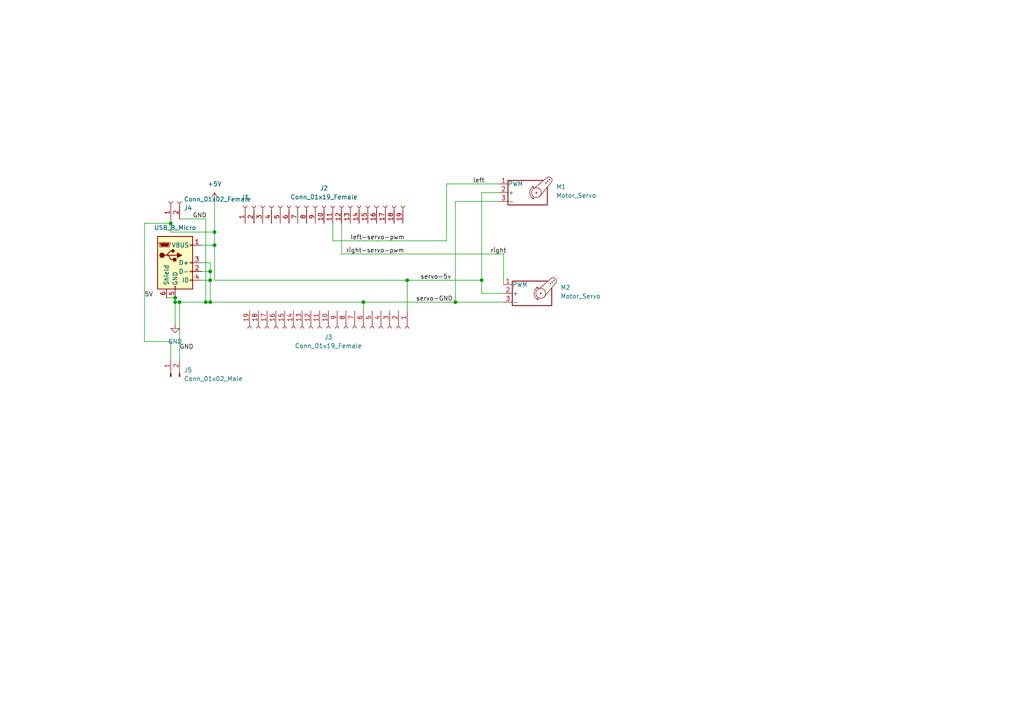
<source format=kicad_sch>
(kicad_sch (version 20211123) (generator eeschema)
  (paper "A4")
  (lib_symbols
    (symbol "Connector:Conn_01x02_Female" (pin_names (offset 1.016) hide)
      (property "Reference" "J" (at 0 2.54 0))
      (property "Value" "Conn_01x02_Female" (at 0 -5.08 0))
      (symbol "Conn_01x02_Female_1_1"
        (arc (start 0 -2.032) (mid -0.508 -2.54) (end 0 -3.048) (stroke (width 0.1524)))
        (polyline (pts (xy -1.27 -2.54) (xy -0.508 -2.54)) (stroke (width 0.1524)))
        (polyline (pts (xy -1.27 0) (xy -0.508 0)) (stroke (width 0.1524)))
        (arc (start 0 0.508) (mid -0.508 0) (end 0 -0.508) (stroke (width 0.1524)))
        (pin passive line (at -5.08 0 0) (length 3.81) (name "Pin_1") (number "1"))
        (pin passive line (at -5.08 -2.54 0) (length 3.81) (name "Pin_2") (number "2"))
      )
    )
    (symbol "Connector:Conn_01x02_Male" (pin_names (offset 1.016) hide)
      (property "Reference" "J" (at 0 2.54 0))
      (property "Value" "Conn_01x02_Male" (at 0 -5.08 0))
      (symbol "Conn_01x02_Male_1_1"
        (polyline (pts (xy 1.27 -2.54) (xy 0.8636 -2.54)) (stroke (width 0.1524)))
        (polyline (pts (xy 1.27 0) (xy 0.8636 0)) (stroke (width 0.1524)))
        (rectangle (start 0.8636 -2.413) (end 0 -2.667) (stroke (width 0.1524)) (fill (type outline)))
        (rectangle (start 0.8636 0.127) (end 0 -0.127) (stroke (width 0.1524)) (fill (type outline)))
        (pin passive line (at 5.08 0 180) (length 3.81) (name "Pin_1") (number "1"))
        (pin passive line (at 5.08 -2.54 180) (length 3.81) (name "Pin_2") (number "2"))
      )
    )
    (symbol "Connector:Conn_01x19_Female" (pin_names (offset 1.016) hide)
      (property "Reference" "J" (at 0 25.4 0))
      (property "Value" "Conn_01x19_Female" (at 0 -25.4 0))
      (symbol "Conn_01x19_Female_1_1"
        (arc (start 0 -22.352) (mid -0.508 -22.86) (end 0 -23.368) (stroke (width 0.1524)))
        (arc (start 0 -19.812) (mid -0.508 -20.32) (end 0 -20.828) (stroke (width 0.1524)))
        (arc (start 0 -17.272) (mid -0.508 -17.78) (end 0 -18.288) (stroke (width 0.1524)))
        (arc (start 0 -14.732) (mid -0.508 -15.24) (end 0 -15.748) (stroke (width 0.1524)))
        (arc (start 0 -12.192) (mid -0.508 -12.7) (end 0 -13.208) (stroke (width 0.1524)))
        (arc (start 0 -9.652) (mid -0.508 -10.16) (end 0 -10.668) (stroke (width 0.1524)))
        (arc (start 0 -7.112) (mid -0.508 -7.62) (end 0 -8.128) (stroke (width 0.1524)))
        (arc (start 0 -4.572) (mid -0.508 -5.08) (end 0 -5.588) (stroke (width 0.1524)))
        (arc (start 0 -2.032) (mid -0.508 -2.54) (end 0 -3.048) (stroke (width 0.1524)))
        (polyline (pts (xy -1.27 -22.86) (xy -0.508 -22.86)) (stroke (width 0.1524)))
        (polyline (pts (xy -1.27 -20.32) (xy -0.508 -20.32)) (stroke (width 0.1524)))
        (polyline (pts (xy -1.27 -17.78) (xy -0.508 -17.78)) (stroke (width 0.1524)))
        (polyline (pts (xy -1.27 -15.24) (xy -0.508 -15.24)) (stroke (width 0.1524)))
        (polyline (pts (xy -1.27 -12.7) (xy -0.508 -12.7)) (stroke (width 0.1524)))
        (polyline (pts (xy -1.27 -10.16) (xy -0.508 -10.16)) (stroke (width 0.1524)))
        (polyline (pts (xy -1.27 -7.62) (xy -0.508 -7.62)) (stroke (width 0.1524)))
        (polyline (pts (xy -1.27 -5.08) (xy -0.508 -5.08)) (stroke (width 0.1524)))
        (polyline (pts (xy -1.27 -2.54) (xy -0.508 -2.54)) (stroke (width 0.1524)))
        (polyline (pts (xy -1.27 0) (xy -0.508 0)) (stroke (width 0.1524)))
        (polyline (pts (xy -1.27 2.54) (xy -0.508 2.54)) (stroke (width 0.1524)))
        (polyline (pts (xy -1.27 5.08) (xy -0.508 5.08)) (stroke (width 0.1524)))
        (polyline (pts (xy -1.27 7.62) (xy -0.508 7.62)) (stroke (width 0.1524)))
        (polyline (pts (xy -1.27 10.16) (xy -0.508 10.16)) (stroke (width 0.1524)))
        (polyline (pts (xy -1.27 12.7) (xy -0.508 12.7)) (stroke (width 0.1524)))
        (polyline (pts (xy -1.27 15.24) (xy -0.508 15.24)) (stroke (width 0.1524)))
        (polyline (pts (xy -1.27 17.78) (xy -0.508 17.78)) (stroke (width 0.1524)))
        (polyline (pts (xy -1.27 20.32) (xy -0.508 20.32)) (stroke (width 0.1524)))
        (polyline (pts (xy -1.27 22.86) (xy -0.508 22.86)) (stroke (width 0.1524)))
        (arc (start 0 0.508) (mid -0.508 0) (end 0 -0.508) (stroke (width 0.1524)))
        (arc (start 0 3.048) (mid -0.508 2.54) (end 0 2.032) (stroke (width 0.1524)))
        (arc (start 0 5.588) (mid -0.508 5.08) (end 0 4.572) (stroke (width 0.1524)))
        (arc (start 0 8.128) (mid -0.508 7.62) (end 0 7.112) (stroke (width 0.1524)))
        (arc (start 0 10.668) (mid -0.508 10.16) (end 0 9.652) (stroke (width 0.1524)))
        (arc (start 0 13.208) (mid -0.508 12.7) (end 0 12.192) (stroke (width 0.1524)))
        (arc (start 0 15.748) (mid -0.508 15.24) (end 0 14.732) (stroke (width 0.1524)))
        (arc (start 0 18.288) (mid -0.508 17.78) (end 0 17.272) (stroke (width 0.1524)))
        (arc (start 0 20.828) (mid -0.508 20.32) (end 0 19.812) (stroke (width 0.1524)))
        (arc (start 0 23.368) (mid -0.508 22.86) (end 0 22.352) (stroke (width 0.1524)))
        (pin passive line (at -5.08 22.86 0) (length 3.81) (name "Pin_1") (number "1"))
        (pin passive line (at -5.08 0 0) (length 3.81) (name "Pin_10") (number "10"))
        (pin passive line (at -5.08 -2.54 0) (length 3.81) (name "Pin_11") (number "11"))
        (pin passive line (at -5.08 -5.08 0) (length 3.81) (name "Pin_12") (number "12"))
        (pin passive line (at -5.08 -7.62 0) (length 3.81) (name "Pin_13") (number "13"))
        (pin passive line (at -5.08 -10.16 0) (length 3.81) (name "Pin_14") (number "14"))
        (pin passive line (at -5.08 -12.7 0) (length 3.81) (name "Pin_15") (number "15"))
        (pin passive line (at -5.08 -15.24 0) (length 3.81) (name "Pin_16") (number "16"))
        (pin passive line (at -5.08 -17.78 0) (length 3.81) (name "Pin_17") (number "17"))
        (pin passive line (at -5.08 -20.32 0) (length 3.81) (name "Pin_18") (number "18"))
        (pin passive line (at -5.08 -22.86 0) (length 3.81) (name "Pin_19") (number "19"))
        (pin passive line (at -5.08 20.32 0) (length 3.81) (name "Pin_2") (number "2"))
        (pin passive line (at -5.08 17.78 0) (length 3.81) (name "Pin_3") (number "3"))
        (pin passive line (at -5.08 15.24 0) (length 3.81) (name "Pin_4") (number "4"))
        (pin passive line (at -5.08 12.7 0) (length 3.81) (name "Pin_5") (number "5"))
        (pin passive line (at -5.08 10.16 0) (length 3.81) (name "Pin_6") (number "6"))
        (pin passive line (at -5.08 7.62 0) (length 3.81) (name "Pin_7") (number "7"))
        (pin passive line (at -5.08 5.08 0) (length 3.81) (name "Pin_8") (number "8"))
        (pin passive line (at -5.08 2.54 0) (length 3.81) (name "Pin_9") (number "9"))
      )
    )
    (symbol "Connector:USB_B_Micro" (pin_names (offset 1.016))
      (property "Reference" "J" (at -5.08 11.43 0))
      (property "Value" "USB_B_Micro" (at -5.08 8.89 0))
      (symbol "USB_B_Micro_0_1"
        (rectangle (start -5.08 -7.62) (end 5.08 7.62) (stroke (width 0.254)) (fill (type background)))
        (circle (center -3.81 2.159) (radius 0.635) (stroke (width 0.254)) (fill (type outline)))
        (circle (center -0.635 3.429) (radius 0.381) (stroke (width 0.254)) (fill (type outline)))
        (rectangle (start -0.127 -7.62) (end 0.127 -6.858))
        (polyline (pts (xy -1.905 2.159) (xy 0.635 2.159)) (stroke (width 0.254)))
        (polyline (pts (xy -3.175 2.159) (xy -2.54 2.159) (xy -1.27 3.429) (xy -0.635 3.429)) (stroke (width 0.254)))
        (polyline (pts (xy -2.54 2.159) (xy -1.905 2.159) (xy -1.27 0.889) (xy 0 0.889)) (stroke (width 0.254)))
        (polyline (pts (xy 0.635 2.794) (xy 0.635 1.524) (xy 1.905 2.159) (xy 0.635 2.794)) (stroke (width 0.254)) (fill (type outline)))
        (polyline (pts (xy -4.318 5.588) (xy -1.778 5.588) (xy -2.032 4.826) (xy -4.064 4.826) (xy -4.318 5.588)) (fill (type outline)))
        (polyline (pts (xy -4.699 5.842) (xy -4.699 5.588) (xy -4.445 4.826) (xy -4.445 4.572) (xy -1.651 4.572) (xy -1.651 4.826) (xy -1.397 5.588) (xy -1.397 5.842) (xy -4.699 5.842)))
        (rectangle (start 0.254 1.27) (end -0.508 0.508) (stroke (width 0.254)) (fill (type outline)))
        (rectangle (start 5.08 -5.207) (end 4.318 -4.953))
        (rectangle (start 5.08 -2.667) (end 4.318 -2.413))
        (rectangle (start 5.08 -0.127) (end 4.318 0.127))
        (rectangle (start 5.08 4.953) (end 4.318 5.207))
      )
      (symbol "USB_B_Micro_1_1"
        (pin power_out line (at 7.62 5.08 180) (length 2.54) (name "VBUS") (number "1"))
        (pin bidirectional line (at 7.62 -2.54 180) (length 2.54) (name "D-") (number "2"))
        (pin bidirectional line (at 7.62 0 180) (length 2.54) (name "D+") (number "3"))
        (pin passive line (at 7.62 -5.08 180) (length 2.54) (name "ID") (number "4"))
        (pin power_out line (at 0 -10.16 90) (length 2.54) (name "GND") (number "5"))
        (pin passive line (at -2.54 -10.16 90) (length 2.54) (name "Shield") (number "6"))
      )
    )
    (symbol "Motor:Motor_Servo" (pin_names (offset 0.0254))
      (property "Reference" "M" (at -5.08 4.445 0))
      (property "Value" "Motor_Servo" (at -5.08 -4.064 0))
      (symbol "Motor_Servo_0_1"
        (polyline (pts (xy 2.413 -1.778) (xy 2.032 -1.778)))
        (polyline (pts (xy 2.413 -1.778) (xy 2.286 -1.397)))
        (polyline (pts (xy 2.413 1.778) (xy 1.905 1.778)))
        (polyline (pts (xy 2.413 1.778) (xy 2.286 1.397)))
        (polyline (pts (xy 6.35 4.445) (xy 2.54 1.27)))
        (polyline (pts (xy 7.62 3.175) (xy 4.191 -1.016)))
        (polyline (pts (xy 5.08 3.556) (xy -5.08 3.556) (xy -5.08 -3.556) (xy 6.35 -3.556) (xy 6.35 1.524)) (stroke (width 0.254)))
        (arc (start 2.413 1.778) (mid 1.2406 0) (end 2.413 -1.778))
        (circle (center 3.175 0) (radius 0.1778))
        (circle (center 3.175 0) (radius 1.4224))
        (circle (center 5.969 2.794) (radius 0.127))
        (circle (center 6.477 3.302) (radius 0.127))
        (circle (center 6.985 3.81) (radius 0.127))
        (arc (start 7.62 3.175) (mid 7.4485 4.2735) (end 6.35 4.445))
      )
      (symbol "Motor_Servo_1_1"
        (pin passive line (at -7.62 2.54 0) (length 2.54) (name "PWM") (number "1"))
        (pin passive line (at -7.62 0 0) (length 2.54) (name "+") (number "2"))
        (pin passive line (at -7.62 -2.54 0) (length 2.54) (name "-") (number "3"))
      )
    )
    (symbol "power:+5V" (power) (pin_names (offset 0))
      (property "Value" "+5V" (at 0 3.556 0))
      (symbol "+5V_0_1"
        (polyline (pts (xy -0.762 1.27) (xy 0 2.54)))
        (polyline (pts (xy 0 0) (xy 0 2.54)))
        (polyline (pts (xy 0 2.54) (xy 0.762 1.27)))
      )
      (symbol "+5V_1_1"
        (pin power_in line (at 0 0 90) (length 0) hide (name "+5V") (number "1"))
      )
    )
    (symbol "power:GND" (power) (pin_names (offset 0))
      (property "Value" "GND" (at 0 -3.81 0))
      (symbol "GND_0_1"
        (polyline (pts (xy 0 0) (xy 0 -1.27) (xy 1.27 -1.27) (xy 0 -2.54) (xy -1.27 -1.27) (xy 0 -1.27)))
      )
      (symbol "GND_1_1"
        (pin power_in line (at 0 0 270) (length 0) hide (name "GND") (number "1"))
      )
    )
  )
  (junction (at 132.08 87.63))
  (junction (at 50.8 87.63))
  (junction (at 105.41 87.63))
  (junction (at 62.23 71.12))
  (junction (at 50.8 86.36))
  (junction (at 59.69 87.63))
  (junction (at 60.96 87.63))
  (junction (at 118.11 81.28))
  (junction (at 60.96 81.28))
  (junction (at 49.53 64.77))
  (junction (at 62.23 67.31))
  (junction (at 60.96 78.74))
  (junction (at 52.07 87.63))
  (junction (at 139.7 81.28))
  (wire (pts (xy 41.91 64.77) (xy 49.53 64.77)))
  (wire (pts (xy 139.7 81.28) (xy 139.7 85.09)))
  (wire (pts (xy 139.7 55.88) (xy 144.78 55.88)))
  (wire (pts (xy 41.91 99.06) (xy 41.91 64.77)))
  (wire (pts (xy 58.42 81.28) (xy 60.96 81.28)))
  (wire (pts (xy 99.06 64.77) (xy 99.06 73.66)))
  (wire (pts (xy 99.06 73.66) (xy 146.05 73.66)))
  (wire (pts (xy 59.69 87.63) (xy 60.96 87.63)))
  (wire (pts (xy 60.96 81.28) (xy 60.96 87.63)))
  (wire (pts (xy 62.23 58.42) (xy 62.23 67.31)))
  (wire (pts (xy 58.42 76.2) (xy 60.96 76.2)))
  (wire (pts (xy 60.96 76.2) (xy 60.96 78.74)))
  (wire (pts (xy 132.08 58.42) (xy 144.78 58.42)))
  (wire (pts (xy 49.53 67.31) (xy 62.23 67.31)))
  (wire (pts (xy 118.11 81.28) (xy 139.7 81.28)))
  (wire (pts (xy 49.53 104.14) (xy 49.53 99.06)))
  (wire (pts (xy 146.05 73.66) (xy 146.05 82.55)))
  (wire (pts (xy 48.26 86.36) (xy 50.8 86.36)))
  (wire (pts (xy 139.7 81.28) (xy 139.7 55.88)))
  (wire (pts (xy 62.23 67.31) (xy 62.23 71.12)))
  (wire (pts (xy 105.41 87.63) (xy 132.08 87.63)))
  (wire (pts (xy 49.53 99.06) (xy 41.91 99.06)))
  (wire (pts (xy 58.42 78.74) (xy 60.96 78.74)))
  (wire (pts (xy 52.07 63.5) (xy 59.69 63.5)))
  (wire (pts (xy 62.23 71.12) (xy 62.23 81.28)))
  (wire (pts (xy 62.23 81.28) (xy 118.11 81.28)))
  (wire (pts (xy 96.52 69.85) (xy 129.54 69.85)))
  (wire (pts (xy 132.08 87.63) (xy 146.05 87.63)))
  (wire (pts (xy 49.53 64.77) (xy 49.53 67.31)))
  (wire (pts (xy 96.52 64.77) (xy 96.52 69.85)))
  (wire (pts (xy 118.11 81.28) (xy 118.11 90.17)))
  (wire (pts (xy 59.69 63.5) (xy 59.69 87.63)))
  (wire (pts (xy 50.8 87.63) (xy 50.8 93.98)))
  (wire (pts (xy 49.53 63.5) (xy 49.53 64.77)))
  (wire (pts (xy 50.8 86.36) (xy 50.8 87.63)))
  (wire (pts (xy 60.96 78.74) (xy 60.96 81.28)))
  (wire (pts (xy 50.8 87.63) (xy 52.07 87.63)))
  (wire (pts (xy 129.54 53.34) (xy 144.78 53.34)))
  (wire (pts (xy 105.41 87.63) (xy 105.41 90.17)))
  (wire (pts (xy 139.7 85.09) (xy 146.05 85.09)))
  (wire (pts (xy 60.96 87.63) (xy 105.41 87.63)))
  (wire (pts (xy 129.54 69.85) (xy 129.54 53.34)))
  (wire (pts (xy 52.07 87.63) (xy 52.07 104.14)))
  (wire (pts (xy 58.42 71.12) (xy 62.23 71.12)))
  (wire (pts (xy 132.08 58.42) (xy 132.08 87.63)))
  (wire (pts (xy 52.07 87.63) (xy 59.69 87.63)))
  (label "servo-GND" (at 120.65 87.63 0))
  (label "5V" (at 41.91 86.36 0))
  (label "left" (at 137.16 53.34 0))
  (label "GND" (at 55.88 63.5 0))
  (label "right" (at 142.24 73.66 0))
  (label "GND" (at 52.07 101.6 0))
  (label "right-servo-pwm" (at 100.33 73.66 0))
  (label "servo-5v" (at 121.92 81.28 0))
  (label "left-servo-pwm" (at 101.6 69.85 0))
  (symbol (lib_id "Connector:Conn_01x19_Female") (at 93.98 59.69 90) (unit 1)
    (property "Reference" "J2" (at 93.98 54.61 90))
    (property "Value" "Conn_01x19_Female" (at 93.98 57.15 90))
    (property "Footprint" "Connector_PinSocket_2.54mm:PinSocket_1x19_P2.54mm_Vertical" (effects hide))
  )
  (symbol (lib_id "Connector:Conn_01x19_Female") (at 95.25 95.25 270) (unit 1)
    (property "Reference" "J3" (at 95.25 97.79 90))
    (property "Value" "Conn_01x19_Female" (at 95.25 100.33 90))
    (property "Footprint" "Connector_PinSocket_2.54mm:PinSocket_1x19_P2.54mm_Vertical" (effects hide))
  )
  (symbol (lib_id "Connector:Conn_01x02_Male") (at 49.53 109.22 90) (unit 1)
    (property "Reference" "J5" (at 53.34 107.3149 90) (effects (justify right)))
    (property "Value" "Conn_01x02_Male" (at 53.34 109.8549 90) (effects (justify right)))
    (property "Footprint" "Connector_PinHeader_2.54mm:PinHeader_1x02_P2.54mm_Horizontal" (effects hide))
  )
  (symbol (lib_id "Connector:USB_B_Micro") (at 50.8 76.2 0) (unit 1)
    (property "Reference" "J1" (at 71.12 57.15 0))
    (property "Value" "USB_B_Micro" (at 50.8 66.04 0))
    (property "Footprint" "Connector_USB:USB_Micro-B_Molex-105017-0001" (effects hide))
  )
  (symbol (lib_id "Connector:Conn_01x02_Female") (at 49.53 58.42 90) (unit 1)
    (property "Reference" "J4" (at 53.34 60.3251 90) (effects (justify right)))
    (property "Value" "Conn_01x02_Female" (at 53.34 57.7851 90) (effects (justify right)))
    (property "Footprint" "Connector_PinHeader_2.54mm:PinHeader_1x02_P2.54mm_Horizontal" (effects hide))
  )
  (symbol (lib_id "Motor:Motor_Servo") (at 152.4 55.88 0) (unit 1)
    (property "Reference" "M1" (at 161.29 54.1765 0) (effects (justify left)))
    (property "Value" "Motor_Servo" (at 161.29 56.7165 0) (effects (justify left)))
    (property "Footprint" "Connector_PinHeader_2.54mm:PinHeader_1x03_P2.54mm_Horizontal" (effects hide))
    (property "Datasheet" "http://forums.parallax.com/uploads/attachments/46831/74481.png" (effects hide))
  )
  (symbol (lib_id "Motor:Motor_Servo") (at 153.67 85.09 0) (unit 1)
    (property "Reference" "M2" (at 162.56 83.3865 0) (effects (justify left)))
    (property "Value" "Motor_Servo" (at 162.56 85.9265 0) (effects (justify left)))
    (property "Footprint" "Connector_PinHeader_2.54mm:PinHeader_1x03_P2.54mm_Horizontal" (effects hide))
    (property "Datasheet" "http://forums.parallax.com/uploads/attachments/46831/74481.png" (effects hide))
  )
  (symbol (lib_id "power:GND") (at 50.8 93.98 0) (unit 1)
    (property "Reference" "#PWR0102" (effects hide))
    (property "Value" "GND" (at 50.8 99.06 0))
  )
  (symbol (lib_id "power:+5V") (at 62.23 58.42 0) (unit 1)
    (property "Reference" "#PWR0101" (effects hide))
    (property "Value" "+5V" (at 62.23 53.34 0))
  )
)
</source>
